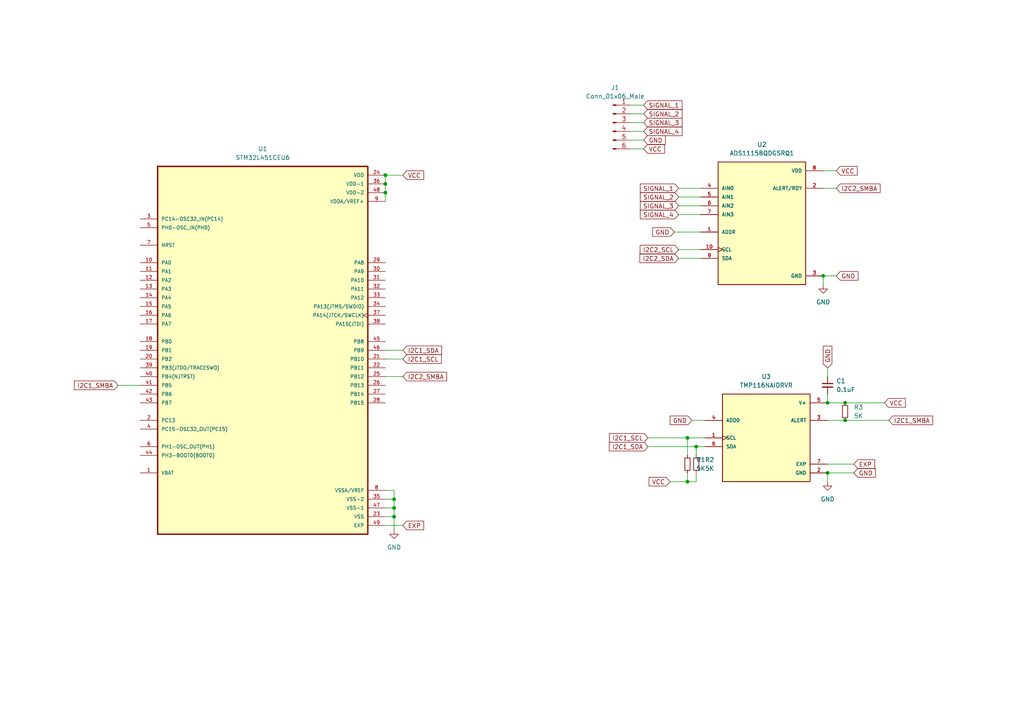
<source format=kicad_sch>
(kicad_sch (version 20211123) (generator eeschema)

  (uuid a735882e-ee8a-4f53-9688-e1d73a1d2f75)

  (paper "A4")

  (lib_symbols
    (symbol "ADS1115BQDGSRQ1:ADS1115BQDGSRQ1" (pin_names (offset 1.016)) (in_bom yes) (on_board yes)
      (property "Reference" "U" (id 0) (at -12.7 18.542 0)
        (effects (font (size 1.27 1.27)) (justify left bottom))
      )
      (property "Value" "ADS1115BQDGSRQ1" (id 1) (at -12.7 -20.32 0)
        (effects (font (size 1.27 1.27)) (justify left bottom))
      )
      (property "Footprint" "SOP50P490X110-10N" (id 2) (at 0 0 0)
        (effects (font (size 1.27 1.27)) (justify left bottom) hide)
      )
      (property "Datasheet" "" (id 3) (at 0 0 0)
        (effects (font (size 1.27 1.27)) (justify left bottom) hide)
      )
      (property "STANDARD" "IPC 7351B" (id 4) (at 0 0 0)
        (effects (font (size 1.27 1.27)) (justify left bottom) hide)
      )
      (property "PARTREV" "D" (id 5) (at 0 0 0)
        (effects (font (size 1.27 1.27)) (justify left bottom) hide)
      )
      (property "MANUFACTURER" "Texas Instruments" (id 6) (at 0 0 0)
        (effects (font (size 1.27 1.27)) (justify left bottom) hide)
      )
      (property "MAXIMUM_PACKAGE_HEIGHT" "1.1 mm" (id 7) (at 0 0 0)
        (effects (font (size 1.27 1.27)) (justify left bottom) hide)
      )
      (property "ki_locked" "" (id 8) (at 0 0 0)
        (effects (font (size 1.27 1.27)))
      )
      (symbol "ADS1115BQDGSRQ1_0_0"
        (rectangle (start -12.7 -17.78) (end 12.7 17.78)
          (stroke (width 0.254) (type default) (color 0 0 0 0))
          (fill (type background))
        )
        (pin input line (at -17.78 -2.54 0) (length 5.08)
          (name "ADDR" (effects (font (size 1.016 1.016))))
          (number "1" (effects (font (size 1.016 1.016))))
        )
        (pin input clock (at -17.78 -7.62 0) (length 5.08)
          (name "SCL" (effects (font (size 1.016 1.016))))
          (number "10" (effects (font (size 1.016 1.016))))
        )
        (pin output line (at 17.78 10.16 180) (length 5.08)
          (name "ALERT/RDY" (effects (font (size 1.016 1.016))))
          (number "2" (effects (font (size 1.016 1.016))))
        )
        (pin power_in line (at 17.78 -15.24 180) (length 5.08)
          (name "GND" (effects (font (size 1.016 1.016))))
          (number "3" (effects (font (size 1.016 1.016))))
        )
        (pin input line (at -17.78 10.16 0) (length 5.08)
          (name "AIN0" (effects (font (size 1.016 1.016))))
          (number "4" (effects (font (size 1.016 1.016))))
        )
        (pin input line (at -17.78 7.62 0) (length 5.08)
          (name "AIN1" (effects (font (size 1.016 1.016))))
          (number "5" (effects (font (size 1.016 1.016))))
        )
        (pin input line (at -17.78 5.08 0) (length 5.08)
          (name "AIN2" (effects (font (size 1.016 1.016))))
          (number "6" (effects (font (size 1.016 1.016))))
        )
        (pin input line (at -17.78 2.54 0) (length 5.08)
          (name "AIN3" (effects (font (size 1.016 1.016))))
          (number "7" (effects (font (size 1.016 1.016))))
        )
        (pin power_in line (at 17.78 15.24 180) (length 5.08)
          (name "VDD" (effects (font (size 1.016 1.016))))
          (number "8" (effects (font (size 1.016 1.016))))
        )
        (pin bidirectional line (at -17.78 -10.16 0) (length 5.08)
          (name "SDA" (effects (font (size 1.016 1.016))))
          (number "9" (effects (font (size 1.016 1.016))))
        )
      )
    )
    (symbol "Connector:Conn_01x06_Male" (pin_names (offset 1.016) hide) (in_bom yes) (on_board yes)
      (property "Reference" "J" (id 0) (at 0 7.62 0)
        (effects (font (size 1.27 1.27)))
      )
      (property "Value" "Conn_01x06_Male" (id 1) (at 0 -10.16 0)
        (effects (font (size 1.27 1.27)))
      )
      (property "Footprint" "" (id 2) (at 0 0 0)
        (effects (font (size 1.27 1.27)) hide)
      )
      (property "Datasheet" "~" (id 3) (at 0 0 0)
        (effects (font (size 1.27 1.27)) hide)
      )
      (property "ki_keywords" "connector" (id 4) (at 0 0 0)
        (effects (font (size 1.27 1.27)) hide)
      )
      (property "ki_description" "Generic connector, single row, 01x06, script generated (kicad-library-utils/schlib/autogen/connector/)" (id 5) (at 0 0 0)
        (effects (font (size 1.27 1.27)) hide)
      )
      (property "ki_fp_filters" "Connector*:*_1x??_*" (id 6) (at 0 0 0)
        (effects (font (size 1.27 1.27)) hide)
      )
      (symbol "Conn_01x06_Male_1_1"
        (polyline
          (pts
            (xy 1.27 -7.62)
            (xy 0.8636 -7.62)
          )
          (stroke (width 0.1524) (type default) (color 0 0 0 0))
          (fill (type none))
        )
        (polyline
          (pts
            (xy 1.27 -5.08)
            (xy 0.8636 -5.08)
          )
          (stroke (width 0.1524) (type default) (color 0 0 0 0))
          (fill (type none))
        )
        (polyline
          (pts
            (xy 1.27 -2.54)
            (xy 0.8636 -2.54)
          )
          (stroke (width 0.1524) (type default) (color 0 0 0 0))
          (fill (type none))
        )
        (polyline
          (pts
            (xy 1.27 0)
            (xy 0.8636 0)
          )
          (stroke (width 0.1524) (type default) (color 0 0 0 0))
          (fill (type none))
        )
        (polyline
          (pts
            (xy 1.27 2.54)
            (xy 0.8636 2.54)
          )
          (stroke (width 0.1524) (type default) (color 0 0 0 0))
          (fill (type none))
        )
        (polyline
          (pts
            (xy 1.27 5.08)
            (xy 0.8636 5.08)
          )
          (stroke (width 0.1524) (type default) (color 0 0 0 0))
          (fill (type none))
        )
        (rectangle (start 0.8636 -7.493) (end 0 -7.747)
          (stroke (width 0.1524) (type default) (color 0 0 0 0))
          (fill (type outline))
        )
        (rectangle (start 0.8636 -4.953) (end 0 -5.207)
          (stroke (width 0.1524) (type default) (color 0 0 0 0))
          (fill (type outline))
        )
        (rectangle (start 0.8636 -2.413) (end 0 -2.667)
          (stroke (width 0.1524) (type default) (color 0 0 0 0))
          (fill (type outline))
        )
        (rectangle (start 0.8636 0.127) (end 0 -0.127)
          (stroke (width 0.1524) (type default) (color 0 0 0 0))
          (fill (type outline))
        )
        (rectangle (start 0.8636 2.667) (end 0 2.413)
          (stroke (width 0.1524) (type default) (color 0 0 0 0))
          (fill (type outline))
        )
        (rectangle (start 0.8636 5.207) (end 0 4.953)
          (stroke (width 0.1524) (type default) (color 0 0 0 0))
          (fill (type outline))
        )
        (pin passive line (at 5.08 5.08 180) (length 3.81)
          (name "Pin_1" (effects (font (size 1.27 1.27))))
          (number "1" (effects (font (size 1.27 1.27))))
        )
        (pin passive line (at 5.08 2.54 180) (length 3.81)
          (name "Pin_2" (effects (font (size 1.27 1.27))))
          (number "2" (effects (font (size 1.27 1.27))))
        )
        (pin passive line (at 5.08 0 180) (length 3.81)
          (name "Pin_3" (effects (font (size 1.27 1.27))))
          (number "3" (effects (font (size 1.27 1.27))))
        )
        (pin passive line (at 5.08 -2.54 180) (length 3.81)
          (name "Pin_4" (effects (font (size 1.27 1.27))))
          (number "4" (effects (font (size 1.27 1.27))))
        )
        (pin passive line (at 5.08 -5.08 180) (length 3.81)
          (name "Pin_5" (effects (font (size 1.27 1.27))))
          (number "5" (effects (font (size 1.27 1.27))))
        )
        (pin passive line (at 5.08 -7.62 180) (length 3.81)
          (name "Pin_6" (effects (font (size 1.27 1.27))))
          (number "6" (effects (font (size 1.27 1.27))))
        )
      )
    )
    (symbol "Device:C_Small" (pin_numbers hide) (pin_names (offset 0.254) hide) (in_bom yes) (on_board yes)
      (property "Reference" "C" (id 0) (at 0.254 1.778 0)
        (effects (font (size 1.27 1.27)) (justify left))
      )
      (property "Value" "C_Small" (id 1) (at 0.254 -2.032 0)
        (effects (font (size 1.27 1.27)) (justify left))
      )
      (property "Footprint" "" (id 2) (at 0 0 0)
        (effects (font (size 1.27 1.27)) hide)
      )
      (property "Datasheet" "~" (id 3) (at 0 0 0)
        (effects (font (size 1.27 1.27)) hide)
      )
      (property "ki_keywords" "capacitor cap" (id 4) (at 0 0 0)
        (effects (font (size 1.27 1.27)) hide)
      )
      (property "ki_description" "Unpolarized capacitor, small symbol" (id 5) (at 0 0 0)
        (effects (font (size 1.27 1.27)) hide)
      )
      (property "ki_fp_filters" "C_*" (id 6) (at 0 0 0)
        (effects (font (size 1.27 1.27)) hide)
      )
      (symbol "C_Small_0_1"
        (polyline
          (pts
            (xy -1.524 -0.508)
            (xy 1.524 -0.508)
          )
          (stroke (width 0.3302) (type default) (color 0 0 0 0))
          (fill (type none))
        )
        (polyline
          (pts
            (xy -1.524 0.508)
            (xy 1.524 0.508)
          )
          (stroke (width 0.3048) (type default) (color 0 0 0 0))
          (fill (type none))
        )
      )
      (symbol "C_Small_1_1"
        (pin passive line (at 0 2.54 270) (length 2.032)
          (name "~" (effects (font (size 1.27 1.27))))
          (number "1" (effects (font (size 1.27 1.27))))
        )
        (pin passive line (at 0 -2.54 90) (length 2.032)
          (name "~" (effects (font (size 1.27 1.27))))
          (number "2" (effects (font (size 1.27 1.27))))
        )
      )
    )
    (symbol "Device:R_Small" (pin_numbers hide) (pin_names (offset 0.254) hide) (in_bom yes) (on_board yes)
      (property "Reference" "R" (id 0) (at 0.762 0.508 0)
        (effects (font (size 1.27 1.27)) (justify left))
      )
      (property "Value" "R_Small" (id 1) (at 0.762 -1.016 0)
        (effects (font (size 1.27 1.27)) (justify left))
      )
      (property "Footprint" "" (id 2) (at 0 0 0)
        (effects (font (size 1.27 1.27)) hide)
      )
      (property "Datasheet" "~" (id 3) (at 0 0 0)
        (effects (font (size 1.27 1.27)) hide)
      )
      (property "ki_keywords" "R resistor" (id 4) (at 0 0 0)
        (effects (font (size 1.27 1.27)) hide)
      )
      (property "ki_description" "Resistor, small symbol" (id 5) (at 0 0 0)
        (effects (font (size 1.27 1.27)) hide)
      )
      (property "ki_fp_filters" "R_*" (id 6) (at 0 0 0)
        (effects (font (size 1.27 1.27)) hide)
      )
      (symbol "R_Small_0_1"
        (rectangle (start -0.762 1.778) (end 0.762 -1.778)
          (stroke (width 0.2032) (type default) (color 0 0 0 0))
          (fill (type none))
        )
      )
      (symbol "R_Small_1_1"
        (pin passive line (at 0 2.54 270) (length 0.762)
          (name "~" (effects (font (size 1.27 1.27))))
          (number "1" (effects (font (size 1.27 1.27))))
        )
        (pin passive line (at 0 -2.54 90) (length 0.762)
          (name "~" (effects (font (size 1.27 1.27))))
          (number "2" (effects (font (size 1.27 1.27))))
        )
      )
    )
    (symbol "STM32L451CEU6:STM32L451CEU6" (pin_names (offset 1.016)) (in_bom yes) (on_board yes)
      (property "Reference" "U" (id 0) (at -30.48 54.3306 0)
        (effects (font (size 1.27 1.27)) (justify left bottom))
      )
      (property "Value" "STM32L451CEU6" (id 1) (at -30.48 -57.3278 0)
        (effects (font (size 1.27 1.27)) (justify left bottom))
      )
      (property "Footprint" "QFN50P700X700X60-49N" (id 2) (at 0 0 0)
        (effects (font (size 1.27 1.27)) (justify left bottom) hide)
      )
      (property "Datasheet" "" (id 3) (at 0 0 0)
        (effects (font (size 1.27 1.27)) (justify left bottom) hide)
      )
      (property "MP" "STM32L451CEU6" (id 4) (at 0 0 0)
        (effects (font (size 1.27 1.27)) (justify left bottom) hide)
      )
      (property "PRICE" "None" (id 5) (at 0 0 0)
        (effects (font (size 1.27 1.27)) (justify left bottom) hide)
      )
      (property "PARTREV" "Rev 4" (id 6) (at 0 0 0)
        (effects (font (size 1.27 1.27)) (justify left bottom) hide)
      )
      (property "DIGIKEY-PURCHASE-URL" "https://snapeda.com/shop?store=DigiKey&id=2609381" (id 7) (at 0 0 0)
        (effects (font (size 1.27 1.27)) (justify left bottom) hide)
      )
      (property "PACKAGE" "UFQFN-48 STMicroelectronics" (id 8) (at 0 0 0)
        (effects (font (size 1.27 1.27)) (justify left bottom) hide)
      )
      (property "AVAILABILITY" "Unavailable" (id 9) (at 0 0 0)
        (effects (font (size 1.27 1.27)) (justify left bottom) hide)
      )
      (property "MOUSER-PURCHASE-URL" "https://snapeda.com/shop?store=Mouser&id=2609381" (id 10) (at 0 0 0)
        (effects (font (size 1.27 1.27)) (justify left bottom) hide)
      )
      (property "MF" "STMicroelectronics" (id 11) (at 0 0 0)
        (effects (font (size 1.27 1.27)) (justify left bottom) hide)
      )
      (property "DESCRIPTION" "ARM® Cortex®-M4 STM32L4 Microcontroller IC 32-Bit 80MHz 512KB (512K x 8) FLASH 48-UFQFPN (7x7)" (id 12) (at 0 0 0)
        (effects (font (size 1.27 1.27)) (justify left bottom) hide)
      )
      (property "ki_locked" "" (id 13) (at 0 0 0)
        (effects (font (size 1.27 1.27)))
      )
      (symbol "STM32L451CEU6_0_0"
        (rectangle (start -30.48 -53.34) (end 30.48 53.34)
          (stroke (width 0.4064) (type default) (color 0 0 0 0))
          (fill (type background))
        )
        (pin passive line (at -35.56 -35.56 0) (length 5.08)
          (name "VBAT" (effects (font (size 1.016 1.016))))
          (number "1" (effects (font (size 1.016 1.016))))
        )
        (pin bidirectional line (at -35.56 25.4 0) (length 5.08)
          (name "PA0" (effects (font (size 1.016 1.016))))
          (number "10" (effects (font (size 1.016 1.016))))
        )
        (pin bidirectional line (at -35.56 22.86 0) (length 5.08)
          (name "PA1" (effects (font (size 1.016 1.016))))
          (number "11" (effects (font (size 1.016 1.016))))
        )
        (pin bidirectional line (at -35.56 20.32 0) (length 5.08)
          (name "PA2" (effects (font (size 1.016 1.016))))
          (number "12" (effects (font (size 1.016 1.016))))
        )
        (pin bidirectional line (at -35.56 17.78 0) (length 5.08)
          (name "PA3" (effects (font (size 1.016 1.016))))
          (number "13" (effects (font (size 1.016 1.016))))
        )
        (pin bidirectional line (at -35.56 15.24 0) (length 5.08)
          (name "PA4" (effects (font (size 1.016 1.016))))
          (number "14" (effects (font (size 1.016 1.016))))
        )
        (pin bidirectional line (at -35.56 12.7 0) (length 5.08)
          (name "PA5" (effects (font (size 1.016 1.016))))
          (number "15" (effects (font (size 1.016 1.016))))
        )
        (pin bidirectional line (at -35.56 10.16 0) (length 5.08)
          (name "PA6" (effects (font (size 1.016 1.016))))
          (number "16" (effects (font (size 1.016 1.016))))
        )
        (pin bidirectional line (at -35.56 7.62 0) (length 5.08)
          (name "PA7" (effects (font (size 1.016 1.016))))
          (number "17" (effects (font (size 1.016 1.016))))
        )
        (pin bidirectional line (at -35.56 2.54 0) (length 5.08)
          (name "PB0" (effects (font (size 1.016 1.016))))
          (number "18" (effects (font (size 1.016 1.016))))
        )
        (pin bidirectional line (at -35.56 0 0) (length 5.08)
          (name "PB1" (effects (font (size 1.016 1.016))))
          (number "19" (effects (font (size 1.016 1.016))))
        )
        (pin bidirectional line (at -35.56 -20.32 0) (length 5.08)
          (name "PC13" (effects (font (size 1.016 1.016))))
          (number "2" (effects (font (size 1.016 1.016))))
        )
        (pin bidirectional line (at -35.56 -2.54 0) (length 5.08)
          (name "PB2" (effects (font (size 1.016 1.016))))
          (number "20" (effects (font (size 1.016 1.016))))
        )
        (pin bidirectional line (at 35.56 -2.54 180) (length 5.08)
          (name "PB10" (effects (font (size 1.016 1.016))))
          (number "21" (effects (font (size 1.016 1.016))))
        )
        (pin bidirectional line (at 35.56 -5.08 180) (length 5.08)
          (name "PB11" (effects (font (size 1.016 1.016))))
          (number "22" (effects (font (size 1.016 1.016))))
        )
        (pin power_in line (at 35.56 -48.26 180) (length 5.08)
          (name "VSS" (effects (font (size 1.016 1.016))))
          (number "23" (effects (font (size 1.016 1.016))))
        )
        (pin power_in line (at 35.56 50.8 180) (length 5.08)
          (name "VDD" (effects (font (size 1.016 1.016))))
          (number "24" (effects (font (size 1.016 1.016))))
        )
        (pin bidirectional line (at 35.56 -7.62 180) (length 5.08)
          (name "PB12" (effects (font (size 1.016 1.016))))
          (number "25" (effects (font (size 1.016 1.016))))
        )
        (pin bidirectional line (at 35.56 -10.16 180) (length 5.08)
          (name "PB13" (effects (font (size 1.016 1.016))))
          (number "26" (effects (font (size 1.016 1.016))))
        )
        (pin bidirectional line (at 35.56 -12.7 180) (length 5.08)
          (name "PB14" (effects (font (size 1.016 1.016))))
          (number "27" (effects (font (size 1.016 1.016))))
        )
        (pin bidirectional line (at 35.56 -15.24 180) (length 5.08)
          (name "PB15" (effects (font (size 1.016 1.016))))
          (number "28" (effects (font (size 1.016 1.016))))
        )
        (pin bidirectional line (at 35.56 25.4 180) (length 5.08)
          (name "PA8" (effects (font (size 1.016 1.016))))
          (number "29" (effects (font (size 1.016 1.016))))
        )
        (pin input line (at -35.56 38.1 0) (length 5.08)
          (name "PC14-OSC32_IN(PC14)" (effects (font (size 1.016 1.016))))
          (number "3" (effects (font (size 1.016 1.016))))
        )
        (pin bidirectional line (at 35.56 22.86 180) (length 5.08)
          (name "PA9" (effects (font (size 1.016 1.016))))
          (number "30" (effects (font (size 1.016 1.016))))
        )
        (pin bidirectional line (at 35.56 20.32 180) (length 5.08)
          (name "PA10" (effects (font (size 1.016 1.016))))
          (number "31" (effects (font (size 1.016 1.016))))
        )
        (pin bidirectional line (at 35.56 17.78 180) (length 5.08)
          (name "PA11" (effects (font (size 1.016 1.016))))
          (number "32" (effects (font (size 1.016 1.016))))
        )
        (pin bidirectional line (at 35.56 15.24 180) (length 5.08)
          (name "PA12" (effects (font (size 1.016 1.016))))
          (number "33" (effects (font (size 1.016 1.016))))
        )
        (pin bidirectional line (at 35.56 12.7 180) (length 5.08)
          (name "PA13(JTMS/SWDIO)" (effects (font (size 1.016 1.016))))
          (number "34" (effects (font (size 1.016 1.016))))
        )
        (pin power_in line (at 35.56 -43.18 180) (length 5.08)
          (name "VSS-2" (effects (font (size 1.016 1.016))))
          (number "35" (effects (font (size 1.016 1.016))))
        )
        (pin power_in line (at 35.56 48.26 180) (length 5.08)
          (name "VDD-1" (effects (font (size 1.016 1.016))))
          (number "36" (effects (font (size 1.016 1.016))))
        )
        (pin bidirectional clock (at 35.56 10.16 180) (length 5.08)
          (name "PA14(JTCK/SWCLK)" (effects (font (size 1.016 1.016))))
          (number "37" (effects (font (size 1.016 1.016))))
        )
        (pin bidirectional line (at 35.56 7.62 180) (length 5.08)
          (name "PA15(JTDI)" (effects (font (size 1.016 1.016))))
          (number "38" (effects (font (size 1.016 1.016))))
        )
        (pin bidirectional line (at -35.56 -5.08 0) (length 5.08)
          (name "PB3(JTDO/TRACESWO)" (effects (font (size 1.016 1.016))))
          (number "39" (effects (font (size 1.016 1.016))))
        )
        (pin bidirectional line (at -35.56 -22.86 0) (length 5.08)
          (name "PC15-OSC32_OUT(PC15)" (effects (font (size 1.016 1.016))))
          (number "4" (effects (font (size 1.016 1.016))))
        )
        (pin bidirectional line (at -35.56 -7.62 0) (length 5.08)
          (name "PB4(NJTRST)" (effects (font (size 1.016 1.016))))
          (number "40" (effects (font (size 1.016 1.016))))
        )
        (pin bidirectional line (at -35.56 -10.16 0) (length 5.08)
          (name "PB5" (effects (font (size 1.016 1.016))))
          (number "41" (effects (font (size 1.016 1.016))))
        )
        (pin bidirectional line (at -35.56 -12.7 0) (length 5.08)
          (name "PB6" (effects (font (size 1.016 1.016))))
          (number "42" (effects (font (size 1.016 1.016))))
        )
        (pin bidirectional line (at -35.56 -15.24 0) (length 5.08)
          (name "PB7" (effects (font (size 1.016 1.016))))
          (number "43" (effects (font (size 1.016 1.016))))
        )
        (pin bidirectional line (at -35.56 -30.48 0) (length 5.08)
          (name "PH3-BOOT0(BOOT0)" (effects (font (size 1.016 1.016))))
          (number "44" (effects (font (size 1.016 1.016))))
        )
        (pin bidirectional line (at 35.56 2.54 180) (length 5.08)
          (name "PB8" (effects (font (size 1.016 1.016))))
          (number "45" (effects (font (size 1.016 1.016))))
        )
        (pin bidirectional line (at 35.56 0 180) (length 5.08)
          (name "PB9" (effects (font (size 1.016 1.016))))
          (number "46" (effects (font (size 1.016 1.016))))
        )
        (pin power_in line (at 35.56 -45.72 180) (length 5.08)
          (name "VSS-1" (effects (font (size 1.016 1.016))))
          (number "47" (effects (font (size 1.016 1.016))))
        )
        (pin power_in line (at 35.56 45.72 180) (length 5.08)
          (name "VDD-2" (effects (font (size 1.016 1.016))))
          (number "48" (effects (font (size 1.016 1.016))))
        )
        (pin power_in line (at 35.56 -50.8 180) (length 5.08)
          (name "EXP" (effects (font (size 1.016 1.016))))
          (number "49" (effects (font (size 1.016 1.016))))
        )
        (pin input line (at -35.56 35.56 0) (length 5.08)
          (name "PH0-OSC_IN(PH0)" (effects (font (size 1.016 1.016))))
          (number "5" (effects (font (size 1.016 1.016))))
        )
        (pin bidirectional line (at -35.56 -27.94 0) (length 5.08)
          (name "PH1-OSC_OUT(PH1)" (effects (font (size 1.016 1.016))))
          (number "6" (effects (font (size 1.016 1.016))))
        )
        (pin bidirectional line (at -35.56 30.48 0) (length 5.08)
          (name "NRST" (effects (font (size 1.016 1.016))))
          (number "7" (effects (font (size 1.016 1.016))))
        )
        (pin power_in line (at 35.56 -40.64 180) (length 5.08)
          (name "VSSA/VREF" (effects (font (size 1.016 1.016))))
          (number "8" (effects (font (size 1.016 1.016))))
        )
        (pin power_in line (at 35.56 43.18 180) (length 5.08)
          (name "VDDA/VREF+" (effects (font (size 1.016 1.016))))
          (number "9" (effects (font (size 1.016 1.016))))
        )
      )
    )
    (symbol "TMP116NAIDRVR:TMP116NAIDRVR" (pin_names (offset 1.016)) (in_bom yes) (on_board yes)
      (property "Reference" "U" (id 0) (at -12.7 13.462 0)
        (effects (font (size 1.27 1.27)) (justify left bottom))
      )
      (property "Value" "TMP116NAIDRVR" (id 1) (at -12.7 -13.462 0)
        (effects (font (size 1.27 1.27)) (justify left bottom))
      )
      (property "Footprint" "SON65P200X200X80-7N" (id 2) (at 0 0 0)
        (effects (font (size 1.27 1.27)) (justify left bottom) hide)
      )
      (property "Datasheet" "" (id 3) (at 0 0 0)
        (effects (font (size 1.27 1.27)) (justify left bottom) hide)
      )
      (property "STANDARD" "IPC 7351B" (id 4) (at 0 0 0)
        (effects (font (size 1.27 1.27)) (justify left bottom) hide)
      )
      (property "PARTREV" "Rev. A" (id 5) (at 0 0 0)
        (effects (font (size 1.27 1.27)) (justify left bottom) hide)
      )
      (property "MANUFACTURER" "Texas Instruments" (id 6) (at 0 0 0)
        (effects (font (size 1.27 1.27)) (justify left bottom) hide)
      )
      (property "MAXIMUM_PACKAGE_HEIGHT" "0.8 mm" (id 7) (at 0 0 0)
        (effects (font (size 1.27 1.27)) (justify left bottom) hide)
      )
      (property "ki_locked" "" (id 8) (at 0 0 0)
        (effects (font (size 1.27 1.27)))
      )
      (symbol "TMP116NAIDRVR_0_0"
        (rectangle (start -12.7 -12.7) (end 12.7 12.7)
          (stroke (width 0.254) (type default) (color 0 0 0 0))
          (fill (type background))
        )
        (pin input clock (at -17.78 0 0) (length 5.08)
          (name "SCL" (effects (font (size 1.016 1.016))))
          (number "1" (effects (font (size 1.016 1.016))))
        )
        (pin power_in line (at 17.78 -10.16 180) (length 5.08)
          (name "GND" (effects (font (size 1.016 1.016))))
          (number "2" (effects (font (size 1.016 1.016))))
        )
        (pin output line (at 17.78 5.08 180) (length 5.08)
          (name "ALERT" (effects (font (size 1.016 1.016))))
          (number "3" (effects (font (size 1.016 1.016))))
        )
        (pin input line (at -17.78 5.08 0) (length 5.08)
          (name "ADD0" (effects (font (size 1.016 1.016))))
          (number "4" (effects (font (size 1.016 1.016))))
        )
        (pin power_in line (at 17.78 10.16 180) (length 5.08)
          (name "V+" (effects (font (size 1.016 1.016))))
          (number "5" (effects (font (size 1.016 1.016))))
        )
        (pin bidirectional line (at -17.78 -2.54 0) (length 5.08)
          (name "SDA" (effects (font (size 1.016 1.016))))
          (number "6" (effects (font (size 1.016 1.016))))
        )
        (pin power_in line (at 17.78 -7.62 180) (length 5.08)
          (name "EXP" (effects (font (size 1.016 1.016))))
          (number "7" (effects (font (size 1.016 1.016))))
        )
      )
    )
    (symbol "power:GND" (power) (pin_names (offset 0)) (in_bom yes) (on_board yes)
      (property "Reference" "#PWR" (id 0) (at 0 -6.35 0)
        (effects (font (size 1.27 1.27)) hide)
      )
      (property "Value" "GND" (id 1) (at 0 -3.81 0)
        (effects (font (size 1.27 1.27)))
      )
      (property "Footprint" "" (id 2) (at 0 0 0)
        (effects (font (size 1.27 1.27)) hide)
      )
      (property "Datasheet" "" (id 3) (at 0 0 0)
        (effects (font (size 1.27 1.27)) hide)
      )
      (property "ki_keywords" "power-flag" (id 4) (at 0 0 0)
        (effects (font (size 1.27 1.27)) hide)
      )
      (property "ki_description" "Power symbol creates a global label with name \"GND\" , ground" (id 5) (at 0 0 0)
        (effects (font (size 1.27 1.27)) hide)
      )
      (symbol "GND_0_1"
        (polyline
          (pts
            (xy 0 0)
            (xy 0 -1.27)
            (xy 1.27 -1.27)
            (xy 0 -2.54)
            (xy -1.27 -1.27)
            (xy 0 -1.27)
          )
          (stroke (width 0) (type default) (color 0 0 0 0))
          (fill (type none))
        )
      )
      (symbol "GND_1_1"
        (pin power_in line (at 0 0 270) (length 0) hide
          (name "GND" (effects (font (size 1.27 1.27))))
          (number "1" (effects (font (size 1.27 1.27))))
        )
      )
    )
  )

  (junction (at 114.3 147.32) (diameter 0) (color 0 0 0 0)
    (uuid 097e1392-d441-4d05-938d-dea94dd17c09)
  )
  (junction (at 114.3 149.86) (diameter 0) (color 0 0 0 0)
    (uuid 1636bc22-131f-4308-a850-9ce61e27941e)
  )
  (junction (at 111.76 55.88) (diameter 0) (color 0 0 0 0)
    (uuid 18d3b0d1-db86-474e-8cc5-ba731f56119f)
  )
  (junction (at 240.03 137.16) (diameter 0) (color 0 0 0 0)
    (uuid 1f89eaed-f1a4-4a86-a0f7-0a2728dcfe0c)
  )
  (junction (at 111.76 50.8) (diameter 0) (color 0 0 0 0)
    (uuid 45348c5d-a926-49b3-8d47-5d37edf4bd0e)
  )
  (junction (at 240.03 116.84) (diameter 0) (color 0 0 0 0)
    (uuid 4e336f41-0609-4b65-a1b0-fc9f054314d8)
  )
  (junction (at 245.11 116.84) (diameter 0) (color 0 0 0 0)
    (uuid 55bff33e-3bca-41cc-b655-10eab5bb66f5)
  )
  (junction (at 114.3 144.78) (diameter 0) (color 0 0 0 0)
    (uuid 60b2e643-ea11-4afe-9f55-81a407f14436)
  )
  (junction (at 199.39 139.7) (diameter 0) (color 0 0 0 0)
    (uuid 6746151d-8e06-4f62-a12d-2a05e0a0b205)
  )
  (junction (at 201.93 129.54) (diameter 0) (color 0 0 0 0)
    (uuid 7961e256-abf9-44d6-91bf-f9f12e3c127c)
  )
  (junction (at 111.76 53.34) (diameter 0) (color 0 0 0 0)
    (uuid 823b6821-f5ae-461c-b48e-2f5649585cbf)
  )
  (junction (at 199.39 127) (diameter 0) (color 0 0 0 0)
    (uuid dd401a93-6826-4c6b-b8a6-79b7c3897150)
  )
  (junction (at 238.76 80.01) (diameter 0) (color 0 0 0 0)
    (uuid e024e79c-aec2-4fbe-a187-11cbbdbbd40d)
  )
  (junction (at 245.11 121.92) (diameter 0) (color 0 0 0 0)
    (uuid ed526ef4-b8dd-46ea-a841-dba588254fdc)
  )

  (wire (pts (xy 196.85 57.15) (xy 203.2 57.15))
    (stroke (width 0) (type default) (color 0 0 0 0))
    (uuid 00d6bab7-a009-418c-8c39-ccf2b7c54490)
  )
  (wire (pts (xy 114.3 147.32) (xy 114.3 144.78))
    (stroke (width 0) (type default) (color 0 0 0 0))
    (uuid 01e64651-9805-42bb-8515-68e033ad46b2)
  )
  (wire (pts (xy 111.76 104.14) (xy 116.84 104.14))
    (stroke (width 0) (type default) (color 0 0 0 0))
    (uuid 0b02d9b9-a45b-43a4-aa92-3ee96b01dbac)
  )
  (wire (pts (xy 114.3 144.78) (xy 114.3 142.24))
    (stroke (width 0) (type default) (color 0 0 0 0))
    (uuid 0c9a7eab-3d31-4d7d-aa20-0e4bda530a53)
  )
  (wire (pts (xy 240.03 137.16) (xy 240.03 139.7))
    (stroke (width 0) (type default) (color 0 0 0 0))
    (uuid 111865da-8fad-4226-a1cf-337f7b2606b7)
  )
  (wire (pts (xy 182.88 35.56) (xy 186.69 35.56))
    (stroke (width 0) (type default) (color 0 0 0 0))
    (uuid 144ce2ec-956b-4ecf-895e-08106a44c6cd)
  )
  (wire (pts (xy 245.11 121.92) (xy 257.81 121.92))
    (stroke (width 0) (type default) (color 0 0 0 0))
    (uuid 1eb20300-ee17-4a9e-8dd1-d1bcae446464)
  )
  (wire (pts (xy 199.39 137.16) (xy 199.39 139.7))
    (stroke (width 0) (type default) (color 0 0 0 0))
    (uuid 1ff0af44-33bc-4701-bf64-bfe6a8d925bc)
  )
  (wire (pts (xy 201.93 129.54) (xy 201.93 132.08))
    (stroke (width 0) (type default) (color 0 0 0 0))
    (uuid 25f64427-4ab9-4606-ad27-48357d548413)
  )
  (wire (pts (xy 182.88 40.64) (xy 186.69 40.64))
    (stroke (width 0) (type default) (color 0 0 0 0))
    (uuid 2b5ea955-f2c8-4e2b-9eeb-ebbe6862c425)
  )
  (wire (pts (xy 196.85 59.69) (xy 203.2 59.69))
    (stroke (width 0) (type default) (color 0 0 0 0))
    (uuid 2bfd63eb-fe11-4a1f-b2a5-8651288e6e66)
  )
  (wire (pts (xy 196.85 54.61) (xy 203.2 54.61))
    (stroke (width 0) (type default) (color 0 0 0 0))
    (uuid 2eac9a19-8db7-494a-8870-c61e81f1c1c1)
  )
  (wire (pts (xy 201.93 139.7) (xy 201.93 137.16))
    (stroke (width 0) (type default) (color 0 0 0 0))
    (uuid 3152310a-bd7d-4f93-9278-a0675f1367a1)
  )
  (wire (pts (xy 111.76 50.8) (xy 111.76 53.34))
    (stroke (width 0) (type default) (color 0 0 0 0))
    (uuid 3523b2a0-3be2-4368-ada1-ee396411dbc2)
  )
  (wire (pts (xy 114.3 149.86) (xy 114.3 147.32))
    (stroke (width 0) (type default) (color 0 0 0 0))
    (uuid 357ae6c7-c22a-47f3-8c0c-1600682e07d4)
  )
  (wire (pts (xy 111.76 50.8) (xy 116.84 50.8))
    (stroke (width 0) (type default) (color 0 0 0 0))
    (uuid 3bea7cb4-ec8e-4b27-8cb0-42b92ac7d7e2)
  )
  (wire (pts (xy 238.76 80.01) (xy 242.57 80.01))
    (stroke (width 0) (type default) (color 0 0 0 0))
    (uuid 4bfc06d6-c306-4696-b4c8-3922f3c3e660)
  )
  (wire (pts (xy 240.03 121.92) (xy 245.11 121.92))
    (stroke (width 0) (type default) (color 0 0 0 0))
    (uuid 4fa1dccd-4c57-4e8e-adc1-1b98bc94c7d3)
  )
  (wire (pts (xy 240.03 116.84) (xy 245.11 116.84))
    (stroke (width 0) (type default) (color 0 0 0 0))
    (uuid 50bcf78e-421a-462d-adcd-24fbce9b3968)
  )
  (wire (pts (xy 182.88 43.18) (xy 186.69 43.18))
    (stroke (width 0) (type default) (color 0 0 0 0))
    (uuid 52b1916f-be60-4776-ad27-57053f215d9e)
  )
  (wire (pts (xy 111.76 152.4) (xy 116.84 152.4))
    (stroke (width 0) (type default) (color 0 0 0 0))
    (uuid 52b9ed24-a36e-4a92-b9b8-30310f323516)
  )
  (wire (pts (xy 195.58 67.31) (xy 203.2 67.31))
    (stroke (width 0) (type default) (color 0 0 0 0))
    (uuid 5866570c-6823-455e-afad-1cb5eee09823)
  )
  (wire (pts (xy 240.03 106.68) (xy 240.03 109.22))
    (stroke (width 0) (type default) (color 0 0 0 0))
    (uuid 78ea7ca9-c387-4650-b9fb-b696195f2e13)
  )
  (wire (pts (xy 245.11 116.84) (xy 256.54 116.84))
    (stroke (width 0) (type default) (color 0 0 0 0))
    (uuid 7cd27c1d-5370-41d2-80a1-58ba85912bb9)
  )
  (wire (pts (xy 238.76 80.01) (xy 238.76 82.55))
    (stroke (width 0) (type default) (color 0 0 0 0))
    (uuid 841243c2-c0a8-4e09-9256-0c9f8bab3295)
  )
  (wire (pts (xy 199.39 139.7) (xy 201.93 139.7))
    (stroke (width 0) (type default) (color 0 0 0 0))
    (uuid 8c8c1ad5-ba70-4cbb-8396-6481137f2e62)
  )
  (wire (pts (xy 240.03 137.16) (xy 247.65 137.16))
    (stroke (width 0) (type default) (color 0 0 0 0))
    (uuid 8ebac533-61c4-454d-8da4-2a852d4a9ff1)
  )
  (wire (pts (xy 111.76 147.32) (xy 114.3 147.32))
    (stroke (width 0) (type default) (color 0 0 0 0))
    (uuid 94a73ccf-9606-456d-af2c-b8cacfb5a8cc)
  )
  (wire (pts (xy 200.66 121.92) (xy 204.47 121.92))
    (stroke (width 0) (type default) (color 0 0 0 0))
    (uuid 96c7746f-39f7-417c-97c7-b66ca1fadd59)
  )
  (wire (pts (xy 111.76 149.86) (xy 114.3 149.86))
    (stroke (width 0) (type default) (color 0 0 0 0))
    (uuid 98b016e0-b960-4302-8f00-240a283a8386)
  )
  (wire (pts (xy 111.76 109.22) (xy 116.84 109.22))
    (stroke (width 0) (type default) (color 0 0 0 0))
    (uuid 9aaff6a0-05b6-4bdf-9d20-42fa0949d07d)
  )
  (wire (pts (xy 238.76 54.61) (xy 242.57 54.61))
    (stroke (width 0) (type default) (color 0 0 0 0))
    (uuid 9f25e612-18b5-4b6e-a9ce-ae6a86e61682)
  )
  (wire (pts (xy 111.76 144.78) (xy 114.3 144.78))
    (stroke (width 0) (type default) (color 0 0 0 0))
    (uuid a0d30fc8-3948-4e1c-a57b-7696dec2b267)
  )
  (wire (pts (xy 187.96 127) (xy 199.39 127))
    (stroke (width 0) (type default) (color 0 0 0 0))
    (uuid a78001cf-e272-492b-96ec-25182de9c6b5)
  )
  (wire (pts (xy 111.76 101.6) (xy 116.84 101.6))
    (stroke (width 0) (type default) (color 0 0 0 0))
    (uuid a8251802-a03a-4e62-828c-86638a46498c)
  )
  (wire (pts (xy 194.31 139.7) (xy 199.39 139.7))
    (stroke (width 0) (type default) (color 0 0 0 0))
    (uuid ad1a9fee-2c53-4da9-8899-85a3fdaa5a0e)
  )
  (wire (pts (xy 34.29 111.76) (xy 40.64 111.76))
    (stroke (width 0) (type default) (color 0 0 0 0))
    (uuid af20ab23-b038-4d52-bdc7-34fa546dd1c9)
  )
  (wire (pts (xy 111.76 55.88) (xy 111.76 58.42))
    (stroke (width 0) (type default) (color 0 0 0 0))
    (uuid b2e36748-e9f5-4405-a8d4-15ade5dc3936)
  )
  (wire (pts (xy 196.85 74.93) (xy 203.2 74.93))
    (stroke (width 0) (type default) (color 0 0 0 0))
    (uuid b65f49d5-360c-4ba9-9159-6ece6f7d3ddf)
  )
  (wire (pts (xy 111.76 53.34) (xy 111.76 55.88))
    (stroke (width 0) (type default) (color 0 0 0 0))
    (uuid c6346643-76a5-4f42-83ac-adfce8a7da1b)
  )
  (wire (pts (xy 196.85 62.23) (xy 203.2 62.23))
    (stroke (width 0) (type default) (color 0 0 0 0))
    (uuid c6ab2897-c27c-49a4-8ec0-6b96491b8200)
  )
  (wire (pts (xy 240.03 114.3) (xy 240.03 116.84))
    (stroke (width 0) (type default) (color 0 0 0 0))
    (uuid c7d10452-13cc-4b74-aae6-d412a60b0f4a)
  )
  (wire (pts (xy 182.88 30.48) (xy 186.69 30.48))
    (stroke (width 0) (type default) (color 0 0 0 0))
    (uuid cf4b1486-ced2-4b09-bfbd-a7907f4004fa)
  )
  (wire (pts (xy 114.3 153.67) (xy 114.3 149.86))
    (stroke (width 0) (type default) (color 0 0 0 0))
    (uuid d192e973-d864-471a-b505-7ad77c97d8d4)
  )
  (wire (pts (xy 182.88 38.1) (xy 186.69 38.1))
    (stroke (width 0) (type default) (color 0 0 0 0))
    (uuid d63d3a1b-1f92-4986-b985-7b30d2cc0b6e)
  )
  (wire (pts (xy 199.39 127) (xy 204.47 127))
    (stroke (width 0) (type default) (color 0 0 0 0))
    (uuid d7111ca5-9052-4ac0-a28e-f23d0fb88fee)
  )
  (wire (pts (xy 238.76 49.53) (xy 242.57 49.53))
    (stroke (width 0) (type default) (color 0 0 0 0))
    (uuid d751b861-e0dc-4fb7-a880-941198afb201)
  )
  (wire (pts (xy 114.3 142.24) (xy 111.76 142.24))
    (stroke (width 0) (type default) (color 0 0 0 0))
    (uuid dc4d6e24-34d1-453c-aa02-488c1050c54b)
  )
  (wire (pts (xy 182.88 33.02) (xy 186.69 33.02))
    (stroke (width 0) (type default) (color 0 0 0 0))
    (uuid dd72bdad-f88a-47b4-8492-e50bad33b20d)
  )
  (wire (pts (xy 199.39 127) (xy 199.39 132.08))
    (stroke (width 0) (type default) (color 0 0 0 0))
    (uuid dd8863cc-45e9-4482-b3db-e36a58c83406)
  )
  (wire (pts (xy 240.03 134.62) (xy 247.65 134.62))
    (stroke (width 0) (type default) (color 0 0 0 0))
    (uuid df9a8f81-3578-4ec4-9815-a91b815a1f60)
  )
  (wire (pts (xy 196.85 72.39) (xy 203.2 72.39))
    (stroke (width 0) (type default) (color 0 0 0 0))
    (uuid e60b65a7-8af3-4638-8192-1c5cc27b05d6)
  )
  (wire (pts (xy 201.93 129.54) (xy 204.47 129.54))
    (stroke (width 0) (type default) (color 0 0 0 0))
    (uuid e6f11fd5-4914-44b2-bb39-bdb577dc9958)
  )
  (wire (pts (xy 187.96 129.54) (xy 201.93 129.54))
    (stroke (width 0) (type default) (color 0 0 0 0))
    (uuid ec675f3a-8c38-4ad9-85fe-22dc6b937af9)
  )

  (global_label "GND" (shape input) (at 186.69 40.64 0) (fields_autoplaced)
    (effects (font (size 1.27 1.27)) (justify left))
    (uuid 0202db6b-803c-4be4-b823-e4d9f3d69f60)
    (property "Intersheet References" "${INTERSHEET_REFS}" (id 0) (at 192.9736 40.5606 0)
      (effects (font (size 1.27 1.27)) (justify left) hide)
    )
  )
  (global_label "SIGNAL_3" (shape input) (at 186.69 35.56 0) (fields_autoplaced)
    (effects (font (size 1.27 1.27)) (justify left))
    (uuid 08186f9f-7d1b-4b3c-ba80-2b2e2095085c)
    (property "Intersheet References" "${INTERSHEET_REFS}" (id 0) (at 197.8117 35.4806 0)
      (effects (font (size 1.27 1.27)) (justify left) hide)
    )
  )
  (global_label "I2C2_SCL" (shape input) (at 196.85 72.39 180) (fields_autoplaced)
    (effects (font (size 1.27 1.27)) (justify right))
    (uuid 0889a45c-4d9a-4236-aec6-4b3f273ef424)
    (property "Intersheet References" "${INTERSHEET_REFS}" (id 0) (at 185.6679 72.3106 0)
      (effects (font (size 1.27 1.27)) (justify right) hide)
    )
  )
  (global_label "SIGNAL_1" (shape input) (at 196.85 54.61 180) (fields_autoplaced)
    (effects (font (size 1.27 1.27)) (justify right))
    (uuid 0a31e052-9730-494c-8830-180fb49ca765)
    (property "Intersheet References" "${INTERSHEET_REFS}" (id 0) (at 185.7283 54.5306 0)
      (effects (font (size 1.27 1.27)) (justify right) hide)
    )
  )
  (global_label "SIGNAL_4" (shape input) (at 186.69 38.1 0) (fields_autoplaced)
    (effects (font (size 1.27 1.27)) (justify left))
    (uuid 0a6ae8d1-2a58-42b4-a2a6-e4f39231d3af)
    (property "Intersheet References" "${INTERSHEET_REFS}" (id 0) (at 197.8117 38.0206 0)
      (effects (font (size 1.27 1.27)) (justify left) hide)
    )
  )
  (global_label "GND" (shape input) (at 247.65 137.16 0) (fields_autoplaced)
    (effects (font (size 1.27 1.27)) (justify left))
    (uuid 0dc3ac76-8976-4864-80fe-d5f6ac4e0657)
    (property "Intersheet References" "${INTERSHEET_REFS}" (id 0) (at 253.9336 137.0806 0)
      (effects (font (size 1.27 1.27)) (justify left) hide)
    )
  )
  (global_label "I2C2_SDA" (shape input) (at 196.85 74.93 180) (fields_autoplaced)
    (effects (font (size 1.27 1.27)) (justify right))
    (uuid 22b63769-a90f-4360-903f-1225b96602b7)
    (property "Intersheet References" "${INTERSHEET_REFS}" (id 0) (at 185.6074 74.8506 0)
      (effects (font (size 1.27 1.27)) (justify right) hide)
    )
  )
  (global_label "I2C1_SCL" (shape input) (at 187.96 127 180) (fields_autoplaced)
    (effects (font (size 1.27 1.27)) (justify right))
    (uuid 2433954e-cf19-49ed-a9f2-6ae5f24d5c41)
    (property "Intersheet References" "${INTERSHEET_REFS}" (id 0) (at 176.7779 127.0794 0)
      (effects (font (size 1.27 1.27)) (justify right) hide)
    )
  )
  (global_label "VCC" (shape input) (at 242.57 49.53 0) (fields_autoplaced)
    (effects (font (size 1.27 1.27)) (justify left))
    (uuid 282e93f6-7269-4b26-ab61-abd0466983d3)
    (property "Intersheet References" "${INTERSHEET_REFS}" (id 0) (at 248.6117 49.4506 0)
      (effects (font (size 1.27 1.27)) (justify left) hide)
    )
  )
  (global_label "VCC" (shape input) (at 256.54 116.84 0) (fields_autoplaced)
    (effects (font (size 1.27 1.27)) (justify left))
    (uuid 2c2f4fa8-f896-4d3a-a29e-637be06ccaf3)
    (property "Intersheet References" "${INTERSHEET_REFS}" (id 0) (at 262.5817 116.7606 0)
      (effects (font (size 1.27 1.27)) (justify left) hide)
    )
  )
  (global_label "SIGNAL_1" (shape input) (at 186.69 30.48 0) (fields_autoplaced)
    (effects (font (size 1.27 1.27)) (justify left))
    (uuid 2f02b97d-5b80-481d-b401-119c079f9ca7)
    (property "Intersheet References" "${INTERSHEET_REFS}" (id 0) (at 197.8117 30.4006 0)
      (effects (font (size 1.27 1.27)) (justify left) hide)
    )
  )
  (global_label "I2C2_SMBA" (shape input) (at 242.57 54.61 0) (fields_autoplaced)
    (effects (font (size 1.27 1.27)) (justify left))
    (uuid 3e04bed0-2d50-43b9-9379-02dceb91084f)
    (property "Intersheet References" "${INTERSHEET_REFS}" (id 0) (at 255.2641 54.5306 0)
      (effects (font (size 1.27 1.27)) (justify left) hide)
    )
  )
  (global_label "GND" (shape input) (at 200.66 121.92 180) (fields_autoplaced)
    (effects (font (size 1.27 1.27)) (justify right))
    (uuid 3f0a17e7-dae2-4772-9971-30ab6747ab5c)
    (property "Intersheet References" "${INTERSHEET_REFS}" (id 0) (at 194.3764 121.9994 0)
      (effects (font (size 1.27 1.27)) (justify right) hide)
    )
  )
  (global_label "EXP" (shape input) (at 247.65 134.62 0) (fields_autoplaced)
    (effects (font (size 1.27 1.27)) (justify left))
    (uuid 5cc368ea-8c3b-450f-9fb8-f23cb24b6369)
    (property "Intersheet References" "${INTERSHEET_REFS}" (id 0) (at 253.6917 134.5406 0)
      (effects (font (size 1.27 1.27)) (justify left) hide)
    )
  )
  (global_label "SIGNAL_4" (shape input) (at 196.85 62.23 180) (fields_autoplaced)
    (effects (font (size 1.27 1.27)) (justify right))
    (uuid 5e8b0655-495e-44e6-8257-30c879a7554a)
    (property "Intersheet References" "${INTERSHEET_REFS}" (id 0) (at 185.7283 62.1506 0)
      (effects (font (size 1.27 1.27)) (justify right) hide)
    )
  )
  (global_label "VCC" (shape input) (at 194.31 139.7 180) (fields_autoplaced)
    (effects (font (size 1.27 1.27)) (justify right))
    (uuid 65b21984-947c-4935-8c80-c956e550ebb0)
    (property "Intersheet References" "${INTERSHEET_REFS}" (id 0) (at 188.2683 139.7794 0)
      (effects (font (size 1.27 1.27)) (justify right) hide)
    )
  )
  (global_label "I2C1_SCL" (shape input) (at 116.84 104.14 0) (fields_autoplaced)
    (effects (font (size 1.27 1.27)) (justify left))
    (uuid 6f5dcafa-5422-4649-9a40-690d371d1014)
    (property "Intersheet References" "${INTERSHEET_REFS}" (id 0) (at 128.0221 104.0606 0)
      (effects (font (size 1.27 1.27)) (justify left) hide)
    )
  )
  (global_label "I2C1_SDA" (shape input) (at 116.84 101.6 0) (fields_autoplaced)
    (effects (font (size 1.27 1.27)) (justify left))
    (uuid 7186ed86-dc46-4858-8523-afc2287e27fc)
    (property "Intersheet References" "${INTERSHEET_REFS}" (id 0) (at 128.0826 101.5206 0)
      (effects (font (size 1.27 1.27)) (justify left) hide)
    )
  )
  (global_label "SIGNAL_2" (shape input) (at 196.85 57.15 180) (fields_autoplaced)
    (effects (font (size 1.27 1.27)) (justify right))
    (uuid 858c7b9d-c1fd-4273-9361-2c0c8afd5672)
    (property "Intersheet References" "${INTERSHEET_REFS}" (id 0) (at 185.7283 57.0706 0)
      (effects (font (size 1.27 1.27)) (justify right) hide)
    )
  )
  (global_label "I2C1_SMBA" (shape input) (at 34.29 111.76 180) (fields_autoplaced)
    (effects (font (size 1.27 1.27)) (justify right))
    (uuid 8c168cec-8885-4ef3-9390-bf21408341a7)
    (property "Intersheet References" "${INTERSHEET_REFS}" (id 0) (at 21.5959 111.6806 0)
      (effects (font (size 1.27 1.27)) (justify right) hide)
    )
  )
  (global_label "GND" (shape input) (at 242.57 80.01 0) (fields_autoplaced)
    (effects (font (size 1.27 1.27)) (justify left))
    (uuid 9c18a05c-546a-4328-a428-918e79f52f2c)
    (property "Intersheet References" "${INTERSHEET_REFS}" (id 0) (at 248.8536 79.9306 0)
      (effects (font (size 1.27 1.27)) (justify left) hide)
    )
  )
  (global_label "VCC" (shape input) (at 186.69 43.18 0) (fields_autoplaced)
    (effects (font (size 1.27 1.27)) (justify left))
    (uuid a71cbc3d-7d1a-486b-b64a-cd370fce7c26)
    (property "Intersheet References" "${INTERSHEET_REFS}" (id 0) (at 192.7317 43.1006 0)
      (effects (font (size 1.27 1.27)) (justify left) hide)
    )
  )
  (global_label "I2C2_SMBA" (shape input) (at 116.84 109.22 0) (fields_autoplaced)
    (effects (font (size 1.27 1.27)) (justify left))
    (uuid b7d14d4d-a32f-4cad-a847-e0643a953ca1)
    (property "Intersheet References" "${INTERSHEET_REFS}" (id 0) (at 129.5341 109.1406 0)
      (effects (font (size 1.27 1.27)) (justify left) hide)
    )
  )
  (global_label "VCC" (shape input) (at 116.84 50.8 0) (fields_autoplaced)
    (effects (font (size 1.27 1.27)) (justify left))
    (uuid c7457d4f-65b9-497f-8c27-774c38d9a74b)
    (property "Intersheet References" "${INTERSHEET_REFS}" (id 0) (at 122.8817 50.7206 0)
      (effects (font (size 1.27 1.27)) (justify left) hide)
    )
  )
  (global_label "I2C1_SDA" (shape input) (at 187.96 129.54 180) (fields_autoplaced)
    (effects (font (size 1.27 1.27)) (justify right))
    (uuid ca43ac0c-ab25-4eab-a0db-94ac7e88cf80)
    (property "Intersheet References" "${INTERSHEET_REFS}" (id 0) (at 176.7174 129.6194 0)
      (effects (font (size 1.27 1.27)) (justify right) hide)
    )
  )
  (global_label "SIGNAL_2" (shape input) (at 186.69 33.02 0) (fields_autoplaced)
    (effects (font (size 1.27 1.27)) (justify left))
    (uuid d255f267-0574-4155-8da0-50da82e31b5c)
    (property "Intersheet References" "${INTERSHEET_REFS}" (id 0) (at 197.8117 32.9406 0)
      (effects (font (size 1.27 1.27)) (justify left) hide)
    )
  )
  (global_label "EXP" (shape input) (at 116.84 152.4 0) (fields_autoplaced)
    (effects (font (size 1.27 1.27)) (justify left))
    (uuid d8706bd6-d794-4259-94a8-608805d196a0)
    (property "Intersheet References" "${INTERSHEET_REFS}" (id 0) (at 122.8817 152.3206 0)
      (effects (font (size 1.27 1.27)) (justify left) hide)
    )
  )
  (global_label "GND" (shape input) (at 195.58 67.31 180) (fields_autoplaced)
    (effects (font (size 1.27 1.27)) (justify right))
    (uuid dd448a84-e210-4674-86a8-ae65df0106f1)
    (property "Intersheet References" "${INTERSHEET_REFS}" (id 0) (at 189.2964 67.2306 0)
      (effects (font (size 1.27 1.27)) (justify right) hide)
    )
  )
  (global_label "GND" (shape input) (at 240.03 106.68 90) (fields_autoplaced)
    (effects (font (size 1.27 1.27)) (justify left))
    (uuid dd662065-8bf6-4b3b-85d3-f2fdc0bf3f05)
    (property "Intersheet References" "${INTERSHEET_REFS}" (id 0) (at 239.9506 100.3964 90)
      (effects (font (size 1.27 1.27)) (justify left) hide)
    )
  )
  (global_label "SIGNAL_3" (shape input) (at 196.85 59.69 180) (fields_autoplaced)
    (effects (font (size 1.27 1.27)) (justify right))
    (uuid e1c8ca7c-31b0-4999-83bf-2d38a7acebbc)
    (property "Intersheet References" "${INTERSHEET_REFS}" (id 0) (at 185.7283 59.6106 0)
      (effects (font (size 1.27 1.27)) (justify right) hide)
    )
  )
  (global_label "I2C1_SMBA" (shape input) (at 257.81 121.92 0) (fields_autoplaced)
    (effects (font (size 1.27 1.27)) (justify left))
    (uuid f9cb9902-d67d-4682-9268-6d67e938de75)
    (property "Intersheet References" "${INTERSHEET_REFS}" (id 0) (at 270.5041 121.8406 0)
      (effects (font (size 1.27 1.27)) (justify left) hide)
    )
  )

  (symbol (lib_id "Device:C_Small") (at 240.03 111.76 0) (unit 1)
    (in_bom yes) (on_board yes) (fields_autoplaced)
    (uuid 0b30555f-73c1-47e7-9af5-01987c78b242)
    (property "Reference" "C1" (id 0) (at 242.57 110.4962 0)
      (effects (font (size 1.27 1.27)) (justify left))
    )
    (property "Value" "0.1uF" (id 1) (at 242.57 113.0362 0)
      (effects (font (size 1.27 1.27)) (justify left))
    )
    (property "Footprint" "Capacitor_SMD:C_0603_1608Metric_Pad1.08x0.95mm_HandSolder" (id 2) (at 240.03 111.76 0)
      (effects (font (size 1.27 1.27)) hide)
    )
    (property "Datasheet" "~" (id 3) (at 240.03 111.76 0)
      (effects (font (size 1.27 1.27)) hide)
    )
    (pin "1" (uuid edfd6750-4eb7-4094-93f1-71f2af7b4f0c))
    (pin "2" (uuid 5ae55fa7-803b-4e34-8727-d4e2d349f4a1))
  )

  (symbol (lib_id "power:GND") (at 238.76 82.55 0) (unit 1)
    (in_bom yes) (on_board yes) (fields_autoplaced)
    (uuid 22ff6057-4255-4855-bd55-6e3e2409c1d5)
    (property "Reference" "#PWR0103" (id 0) (at 238.76 88.9 0)
      (effects (font (size 1.27 1.27)) hide)
    )
    (property "Value" "GND" (id 1) (at 238.76 87.63 0))
    (property "Footprint" "" (id 2) (at 238.76 82.55 0)
      (effects (font (size 1.27 1.27)) hide)
    )
    (property "Datasheet" "" (id 3) (at 238.76 82.55 0)
      (effects (font (size 1.27 1.27)) hide)
    )
    (pin "1" (uuid d82dc667-2892-4bfd-8049-810187c67938))
  )

  (symbol (lib_id "Device:R_Small") (at 201.93 134.62 0) (unit 1)
    (in_bom yes) (on_board yes) (fields_autoplaced)
    (uuid 73b71b46-9513-48fc-b42e-43bc8a0aaf3d)
    (property "Reference" "R2" (id 0) (at 204.47 133.3499 0)
      (effects (font (size 1.27 1.27)) (justify left))
    )
    (property "Value" "5K" (id 1) (at 204.47 135.8899 0)
      (effects (font (size 1.27 1.27)) (justify left))
    )
    (property "Footprint" "Resistor_SMD:R_0603_1608Metric_Pad0.98x0.95mm_HandSolder" (id 2) (at 201.93 134.62 0)
      (effects (font (size 1.27 1.27)) hide)
    )
    (property "Datasheet" "~" (id 3) (at 201.93 134.62 0)
      (effects (font (size 1.27 1.27)) hide)
    )
    (pin "1" (uuid 1cc7fefb-82f5-4c8f-bb52-9a36f57251ff))
    (pin "2" (uuid 157cf72f-89b4-46c4-a5db-3f75b7291b64))
  )

  (symbol (lib_id "STM32L451CEU6:STM32L451CEU6") (at 76.2 101.6 0) (unit 1)
    (in_bom yes) (on_board yes) (fields_autoplaced)
    (uuid 7e74fcd4-76fa-4252-82ac-a0a384676d5c)
    (property "Reference" "U1" (id 0) (at 76.2 43.18 0))
    (property "Value" "STM32L451CEU6" (id 1) (at 76.2 45.72 0))
    (property "Footprint" "STM32L451CEU6:QFN50P700X700X60-49N" (id 2) (at 76.2 101.6 0)
      (effects (font (size 1.27 1.27)) (justify left bottom) hide)
    )
    (property "Datasheet" "" (id 3) (at 76.2 101.6 0)
      (effects (font (size 1.27 1.27)) (justify left bottom) hide)
    )
    (property "MP" "STM32L451CEU6" (id 4) (at 76.2 101.6 0)
      (effects (font (size 1.27 1.27)) (justify left bottom) hide)
    )
    (property "PRICE" "None" (id 5) (at 76.2 101.6 0)
      (effects (font (size 1.27 1.27)) (justify left bottom) hide)
    )
    (property "PARTREV" "Rev 4" (id 6) (at 76.2 101.6 0)
      (effects (font (size 1.27 1.27)) (justify left bottom) hide)
    )
    (property "DIGIKEY-PURCHASE-URL" "https://snapeda.com/shop?store=DigiKey&id=2609381" (id 7) (at 76.2 101.6 0)
      (effects (font (size 1.27 1.27)) (justify left bottom) hide)
    )
    (property "PACKAGE" "UFQFN-48 STMicroelectronics" (id 8) (at 76.2 101.6 0)
      (effects (font (size 1.27 1.27)) (justify left bottom) hide)
    )
    (property "AVAILABILITY" "Unavailable" (id 9) (at 76.2 101.6 0)
      (effects (font (size 1.27 1.27)) (justify left bottom) hide)
    )
    (property "MOUSER-PURCHASE-URL" "https://snapeda.com/shop?store=Mouser&id=2609381" (id 10) (at 76.2 101.6 0)
      (effects (font (size 1.27 1.27)) (justify left bottom) hide)
    )
    (property "MF" "STMicroelectronics" (id 11) (at 76.2 101.6 0)
      (effects (font (size 1.27 1.27)) (justify left bottom) hide)
    )
    (property "DESCRIPTION" "ARM® Cortex®-M4 STM32L4 Microcontroller IC 32-Bit 80MHz 512KB (512K x 8) FLASH 48-UFQFPN (7x7)" (id 12) (at 76.2 101.6 0)
      (effects (font (size 1.27 1.27)) (justify left bottom) hide)
    )
    (pin "1" (uuid f0f5874c-c371-4ffa-9493-6dfedcb76cf6))
    (pin "10" (uuid 606c1770-f240-4711-8973-c493425e6f6a))
    (pin "11" (uuid f8284b3c-dc8b-41cf-b0c5-65c870de16d4))
    (pin "12" (uuid a8395a60-75cf-4416-9619-18a525995d7d))
    (pin "13" (uuid 8d6843e3-b2f7-483f-bb02-4b2045d3b568))
    (pin "14" (uuid 929ef78f-b2fd-411c-ba44-ddaf6a4cfdd6))
    (pin "15" (uuid 72bb7c3e-ae12-4aee-bfbe-54d149ad0f62))
    (pin "16" (uuid 0302dfa1-b513-456c-90f8-17b842cc1416))
    (pin "17" (uuid 22aa75d5-b80b-429c-812c-12806922d8f9))
    (pin "18" (uuid 1394690a-d6e0-4496-89ce-27733b1785d8))
    (pin "19" (uuid c1310d96-60cc-4bdc-b642-10d0c92e2a55))
    (pin "2" (uuid 8f4d745f-85e6-4cc1-aba9-edd8ad1c1fdf))
    (pin "20" (uuid 99ad3f7b-ccc6-42b9-a45a-afc78a09ef02))
    (pin "21" (uuid 100e041e-fa2c-4c9b-85bc-03480e73d81c))
    (pin "22" (uuid eb04ee38-99fe-4045-951b-9a4196d950ca))
    (pin "23" (uuid 91c5e454-c5cf-4249-863a-fc440a11ecc9))
    (pin "24" (uuid 0c81f06a-786c-411c-8beb-b9a81408ed09))
    (pin "25" (uuid 2a31169e-36cd-4dc3-b246-6261bc068594))
    (pin "26" (uuid 39c0beb7-05f8-48fc-a9ef-d3e16c585918))
    (pin "27" (uuid c356067c-36a3-4487-b2af-f212fc6e7c4c))
    (pin "28" (uuid bc8a6d8a-e330-451f-815e-726e823b424c))
    (pin "29" (uuid 1d6ca6c9-ef76-4afb-a658-4c42ea937556))
    (pin "3" (uuid 6f0cf8e5-a462-46db-8bb5-dce07ae99352))
    (pin "30" (uuid 087f1a12-0ade-4576-9918-f3ebbd0f9d63))
    (pin "31" (uuid ca88f050-44ae-4515-b3a6-bcb8a3669610))
    (pin "32" (uuid 4b24bf22-25b5-4100-b4d1-09d039498e11))
    (pin "33" (uuid 803506ec-0a6f-42bb-8383-fd21164e5801))
    (pin "34" (uuid f3ff6b01-830d-4279-9636-bd139cec88f4))
    (pin "35" (uuid 40013cbb-0481-4ee7-b53f-c4ab9f0e85b0))
    (pin "36" (uuid 97ec0e79-0fab-4176-b48b-f8352c211a14))
    (pin "37" (uuid 82d2a62a-9a85-4ad5-8c48-d3dff9e5d7e0))
    (pin "38" (uuid 29b0644d-657f-4f94-b3b7-7aee429e3b55))
    (pin "39" (uuid 12ee0e61-a685-49de-ba95-1c31d02a56d5))
    (pin "4" (uuid 02da88ba-9b55-4cdf-bde7-6c84f8aa7101))
    (pin "40" (uuid 5649a764-a72c-4b8d-98c5-d4b8c97cf7a6))
    (pin "41" (uuid 10f5499d-31f8-4c3e-9249-13f8b4c5cb8d))
    (pin "42" (uuid 7cfbe3ca-d91f-4f77-886d-ece9594ffecc))
    (pin "43" (uuid 36ce591d-5b9e-4dee-bed2-a6986126605c))
    (pin "44" (uuid a2fa6dc4-9693-4701-a6b8-47298e91c5f2))
    (pin "45" (uuid b763608a-1690-4ee4-8cba-3e99031fb792))
    (pin "46" (uuid 7b5994c3-73be-45b9-b043-4f5f12e8d030))
    (pin "47" (uuid e843c25c-4f96-42c9-8450-c305f7353512))
    (pin "48" (uuid ae93da66-6866-45ee-8e66-410243b9e951))
    (pin "49" (uuid 9c1d8414-b32f-4f7c-aa6d-5649fefae221))
    (pin "5" (uuid 9760a90a-65a2-49a1-82e5-058a09dba5ad))
    (pin "6" (uuid a206eec9-49f0-4fa2-9211-3104060fbb98))
    (pin "7" (uuid e52136b2-dadf-47b2-a240-302c8e3f3642))
    (pin "8" (uuid 167221e9-e4ae-45f9-8ec3-a2be4bb85cae))
    (pin "9" (uuid 777993ae-0d1b-4870-bd92-0563e8f87b13))
  )

  (symbol (lib_id "power:GND") (at 114.3 153.67 0) (unit 1)
    (in_bom yes) (on_board yes) (fields_autoplaced)
    (uuid 8054a899-8f57-457b-8d57-3dab638449d7)
    (property "Reference" "#PWR0102" (id 0) (at 114.3 160.02 0)
      (effects (font (size 1.27 1.27)) hide)
    )
    (property "Value" "GND" (id 1) (at 114.3 158.75 0))
    (property "Footprint" "" (id 2) (at 114.3 153.67 0)
      (effects (font (size 1.27 1.27)) hide)
    )
    (property "Datasheet" "" (id 3) (at 114.3 153.67 0)
      (effects (font (size 1.27 1.27)) hide)
    )
    (pin "1" (uuid 26ae4b90-fa74-424a-aa1e-578ef5ce537d))
  )

  (symbol (lib_id "Connector:Conn_01x06_Male") (at 177.8 35.56 0) (unit 1)
    (in_bom yes) (on_board yes) (fields_autoplaced)
    (uuid 82485bca-4f67-481f-840c-d0d6366ec83c)
    (property "Reference" "J1" (id 0) (at 178.435 25.4 0))
    (property "Value" "Conn_01x06_Male" (id 1) (at 178.435 27.94 0))
    (property "Footprint" "Connector_PinHeader_2.54mm:PinHeader_1x06_P2.54mm_Vertical" (id 2) (at 177.8 35.56 0)
      (effects (font (size 1.27 1.27)) hide)
    )
    (property "Datasheet" "~" (id 3) (at 177.8 35.56 0)
      (effects (font (size 1.27 1.27)) hide)
    )
    (pin "1" (uuid 1f008cb3-152b-4cc0-a27a-4e246bdc9fd8))
    (pin "2" (uuid 66c3dea4-0d72-427b-9188-28a077bded14))
    (pin "3" (uuid bb3de884-e6f7-4c89-a7b9-178b3be422b1))
    (pin "4" (uuid 5ff6282c-ea99-488e-a21f-e1d2e60782d0))
    (pin "5" (uuid 199187f9-1665-47ca-bfec-617039ac99fb))
    (pin "6" (uuid 6cbb81c8-2e27-4bcf-b3c5-6e2678aaa087))
  )

  (symbol (lib_id "Device:R_Small") (at 245.11 119.38 180) (unit 1)
    (in_bom yes) (on_board yes) (fields_autoplaced)
    (uuid 87aa0455-028d-4b3e-be12-95d595c08275)
    (property "Reference" "R3" (id 0) (at 247.65 118.1099 0)
      (effects (font (size 1.27 1.27)) (justify right))
    )
    (property "Value" "5K" (id 1) (at 247.65 120.6499 0)
      (effects (font (size 1.27 1.27)) (justify right))
    )
    (property "Footprint" "Resistor_SMD:R_0603_1608Metric_Pad0.98x0.95mm_HandSolder" (id 2) (at 245.11 119.38 0)
      (effects (font (size 1.27 1.27)) hide)
    )
    (property "Datasheet" "~" (id 3) (at 245.11 119.38 0)
      (effects (font (size 1.27 1.27)) hide)
    )
    (pin "1" (uuid 3e4d9125-ed24-485f-9757-b278848985d5))
    (pin "2" (uuid 62301419-3f4e-45c9-a209-c1d7f583166a))
  )

  (symbol (lib_id "Device:R_Small") (at 199.39 134.62 0) (unit 1)
    (in_bom yes) (on_board yes) (fields_autoplaced)
    (uuid 9de0f62c-73d4-4519-b98f-d3fb344d2b41)
    (property "Reference" "R1" (id 0) (at 201.93 133.3499 0)
      (effects (font (size 1.27 1.27)) (justify left))
    )
    (property "Value" "5K" (id 1) (at 201.93 135.8899 0)
      (effects (font (size 1.27 1.27)) (justify left))
    )
    (property "Footprint" "Resistor_SMD:R_0603_1608Metric_Pad0.98x0.95mm_HandSolder" (id 2) (at 199.39 134.62 0)
      (effects (font (size 1.27 1.27)) hide)
    )
    (property "Datasheet" "~" (id 3) (at 199.39 134.62 0)
      (effects (font (size 1.27 1.27)) hide)
    )
    (pin "1" (uuid caeffefd-acfa-45d1-9845-0c3b53409776))
    (pin "2" (uuid b5b5e1ef-811b-4e0f-afa0-d513c5562f90))
  )

  (symbol (lib_id "ADS1115BQDGSRQ1:ADS1115BQDGSRQ1") (at 220.98 64.77 0) (unit 1)
    (in_bom yes) (on_board yes) (fields_autoplaced)
    (uuid d6a2c2c9-b2b0-429b-880e-a07fcb9ffa5b)
    (property "Reference" "U2" (id 0) (at 220.98 41.91 0))
    (property "Value" "ADS1115BQDGSRQ1" (id 1) (at 220.98 44.45 0))
    (property "Footprint" "ADS1115BQDGSRQ1:SOP50P490X110-10N" (id 2) (at 220.98 64.77 0)
      (effects (font (size 1.27 1.27)) (justify left bottom) hide)
    )
    (property "Datasheet" "" (id 3) (at 220.98 64.77 0)
      (effects (font (size 1.27 1.27)) (justify left bottom) hide)
    )
    (property "STANDARD" "IPC 7351B" (id 4) (at 220.98 64.77 0)
      (effects (font (size 1.27 1.27)) (justify left bottom) hide)
    )
    (property "PARTREV" "D" (id 5) (at 220.98 64.77 0)
      (effects (font (size 1.27 1.27)) (justify left bottom) hide)
    )
    (property "MANUFACTURER" "Texas Instruments" (id 6) (at 220.98 64.77 0)
      (effects (font (size 1.27 1.27)) (justify left bottom) hide)
    )
    (property "MAXIMUM_PACKAGE_HEIGHT" "1.1 mm" (id 7) (at 220.98 64.77 0)
      (effects (font (size 1.27 1.27)) (justify left bottom) hide)
    )
    (pin "1" (uuid 7865497b-b683-4198-aeed-a5c5f3365c08))
    (pin "10" (uuid 319928ab-6cf2-4dc1-9589-7270ab0dbd77))
    (pin "2" (uuid 69291d19-2867-4ac1-9330-e4a836c0baa3))
    (pin "3" (uuid 50a84765-dbcc-4891-935e-91834ea00ea9))
    (pin "4" (uuid 5a1449f6-660c-44b3-abe4-c511e3125fa4))
    (pin "5" (uuid 104b376d-988f-4cf5-a016-6461df6dc84a))
    (pin "6" (uuid 851a7cb6-5787-4c42-9ece-d2e5c5732807))
    (pin "7" (uuid 289b3091-f99f-4e95-973e-7170b83cf3a3))
    (pin "8" (uuid ae08bcfd-8656-4caf-92a5-88a36c121e08))
    (pin "9" (uuid 8aa1ff19-6b8a-4199-8689-279e91d5cb89))
  )

  (symbol (lib_id "TMP116NAIDRVR:TMP116NAIDRVR") (at 222.25 127 0) (unit 1)
    (in_bom yes) (on_board yes) (fields_autoplaced)
    (uuid e998ed2e-5916-40ae-9a65-701aa4d54c28)
    (property "Reference" "U3" (id 0) (at 222.25 109.22 0))
    (property "Value" "TMP116NAIDRVR" (id 1) (at 222.25 111.76 0))
    (property "Footprint" "TMP116NAIDRVR:SON65P200X200X80-7N" (id 2) (at 222.25 127 0)
      (effects (font (size 1.27 1.27)) (justify left bottom) hide)
    )
    (property "Datasheet" "" (id 3) (at 222.25 127 0)
      (effects (font (size 1.27 1.27)) (justify left bottom) hide)
    )
    (property "STANDARD" "IPC 7351B" (id 4) (at 222.25 127 0)
      (effects (font (size 1.27 1.27)) (justify left bottom) hide)
    )
    (property "PARTREV" "Rev. A" (id 5) (at 222.25 127 0)
      (effects (font (size 1.27 1.27)) (justify left bottom) hide)
    )
    (property "MANUFACTURER" "Texas Instruments" (id 6) (at 222.25 127 0)
      (effects (font (size 1.27 1.27)) (justify left bottom) hide)
    )
    (property "MAXIMUM_PACKAGE_HEIGHT" "0.8 mm" (id 7) (at 222.25 127 0)
      (effects (font (size 1.27 1.27)) (justify left bottom) hide)
    )
    (pin "1" (uuid 516a8d7c-fa76-4649-ae1c-ed417ceac544))
    (pin "2" (uuid 1f05b376-387e-46ca-b376-178a0910db54))
    (pin "3" (uuid 90744a4b-9663-45c3-915c-c0777c09cef2))
    (pin "4" (uuid 04ce8613-25f8-4131-b203-d30c18fbcbbe))
    (pin "5" (uuid 5166704f-f459-45c3-90a1-eb0878cb7907))
    (pin "6" (uuid 442c2da0-799d-41b3-a771-29bab5b051ba))
    (pin "7" (uuid 7b88d376-5e61-4f96-b6e4-a7dbaf61cc6b))
  )

  (symbol (lib_id "power:GND") (at 240.03 139.7 0) (unit 1)
    (in_bom yes) (on_board yes) (fields_autoplaced)
    (uuid f231fd44-bacd-43f0-af56-634dca2f8944)
    (property "Reference" "#PWR0101" (id 0) (at 240.03 146.05 0)
      (effects (font (size 1.27 1.27)) hide)
    )
    (property "Value" "GND" (id 1) (at 240.03 144.78 0))
    (property "Footprint" "" (id 2) (at 240.03 139.7 0)
      (effects (font (size 1.27 1.27)) hide)
    )
    (property "Datasheet" "" (id 3) (at 240.03 139.7 0)
      (effects (font (size 1.27 1.27)) hide)
    )
    (pin "1" (uuid 950ac3fb-fd3b-4f37-9e94-80ab38ef13a6))
  )

  (sheet_instances
    (path "/" (page "1"))
  )

  (symbol_instances
    (path "/f231fd44-bacd-43f0-af56-634dca2f8944"
      (reference "#PWR0101") (unit 1) (value "GND") (footprint "")
    )
    (path "/8054a899-8f57-457b-8d57-3dab638449d7"
      (reference "#PWR0102") (unit 1) (value "GND") (footprint "")
    )
    (path "/22ff6057-4255-4855-bd55-6e3e2409c1d5"
      (reference "#PWR0103") (unit 1) (value "GND") (footprint "")
    )
    (path "/0b30555f-73c1-47e7-9af5-01987c78b242"
      (reference "C1") (unit 1) (value "0.1uF") (footprint "Capacitor_SMD:C_0603_1608Metric_Pad1.08x0.95mm_HandSolder")
    )
    (path "/82485bca-4f67-481f-840c-d0d6366ec83c"
      (reference "J1") (unit 1) (value "Conn_01x06_Male") (footprint "Connector_PinHeader_2.54mm:PinHeader_1x06_P2.54mm_Vertical")
    )
    (path "/9de0f62c-73d4-4519-b98f-d3fb344d2b41"
      (reference "R1") (unit 1) (value "5K") (footprint "Resistor_SMD:R_0603_1608Metric_Pad0.98x0.95mm_HandSolder")
    )
    (path "/73b71b46-9513-48fc-b42e-43bc8a0aaf3d"
      (reference "R2") (unit 1) (value "5K") (footprint "Resistor_SMD:R_0603_1608Metric_Pad0.98x0.95mm_HandSolder")
    )
    (path "/87aa0455-028d-4b3e-be12-95d595c08275"
      (reference "R3") (unit 1) (value "5K") (footprint "Resistor_SMD:R_0603_1608Metric_Pad0.98x0.95mm_HandSolder")
    )
    (path "/7e74fcd4-76fa-4252-82ac-a0a384676d5c"
      (reference "U1") (unit 1) (value "STM32L451CEU6") (footprint "STM32L451CEU6:QFN50P700X700X60-49N")
    )
    (path "/d6a2c2c9-b2b0-429b-880e-a07fcb9ffa5b"
      (reference "U2") (unit 1) (value "ADS1115BQDGSRQ1") (footprint "ADS1115BQDGSRQ1:SOP50P490X110-10N")
    )
    (path "/e998ed2e-5916-40ae-9a65-701aa4d54c28"
      (reference "U3") (unit 1) (value "TMP116NAIDRVR") (footprint "TMP116NAIDRVR:SON65P200X200X80-7N")
    )
  )
)

</source>
